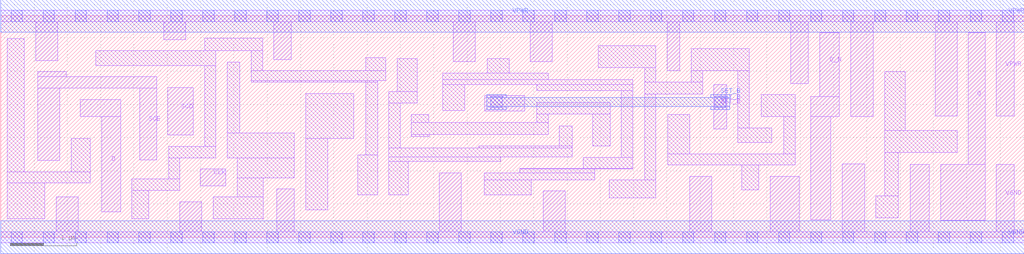
<source format=lef>
# Copyright 2020 The SkyWater PDK Authors
#
# Licensed under the Apache License, Version 2.0 (the "License");
# you may not use this file except in compliance with the License.
# You may obtain a copy of the License at
#
#     https://www.apache.org/licenses/LICENSE-2.0
#
# Unless required by applicable law or agreed to in writing, software
# distributed under the License is distributed on an "AS IS" BASIS,
# WITHOUT WARRANTIES OR CONDITIONS OF ANY KIND, either express or implied.
# See the License for the specific language governing permissions and
# limitations under the License.
#
# SPDX-License-Identifier: Apache-2.0

VERSION 5.7 ;
  NAMESCASESENSITIVE ON ;
  NOWIREEXTENSIONATPIN ON ;
  DIVIDERCHAR "/" ;
  BUSBITCHARS "[]" ;
UNITS
  DATABASE MICRONS 200 ;
END UNITS
MACRO sky130_fd_sc_lp__sdfsbp_2
  CLASS CORE ;
  SOURCE USER ;
  FOREIGN sky130_fd_sc_lp__sdfsbp_2 ;
  ORIGIN  0.000000  0.000000 ;
  SIZE  15.36000 BY  3.330000 ;
  SYMMETRY X Y R90 ;
  SITE unit ;
  PIN D
    ANTENNAGATEAREA  0.159000 ;
    DIRECTION INPUT ;
    USE SIGNAL ;
    PORT
      LAYER li1 ;
        RECT 1.190000 1.815000 1.800000 2.075000 ;
        RECT 1.515000 0.385000 1.800000 1.815000 ;
    END
  END D
  PIN Q
    ANTENNADIFFAREA  0.898800 ;
    DIRECTION OUTPUT ;
    USE SIGNAL ;
    PORT
      LAYER li1 ;
        RECT 14.110000 0.255000 14.775000 1.095000 ;
        RECT 14.525000 1.095000 14.775000 3.075000 ;
    END
  END Q
  PIN Q_N
    ANTENNADIFFAREA  0.588000 ;
    DIRECTION OUTPUT ;
    USE SIGNAL ;
    PORT
      LAYER li1 ;
        RECT 12.155000 0.265000 12.460000 1.815000 ;
        RECT 12.155000 1.815000 12.585000 2.120000 ;
        RECT 12.290000 2.120000 12.585000 3.075000 ;
    END
  END Q_N
  PIN SCD
    ANTENNAGATEAREA  0.159000 ;
    DIRECTION INPUT ;
    USE SIGNAL ;
    PORT
      LAYER li1 ;
        RECT 2.510000 1.535000 2.890000 2.250000 ;
    END
  END SCD
  PIN SCE
    ANTENNAGATEAREA  0.318000 ;
    DIRECTION INPUT ;
    USE SIGNAL ;
    PORT
      LAYER li1 ;
        RECT 0.555000 1.155000 0.885000 2.245000 ;
        RECT 0.555000 2.245000 2.340000 2.415000 ;
        RECT 0.555000 2.415000 0.985000 2.490000 ;
        RECT 2.090000 1.165000 2.340000 2.245000 ;
    END
  END SCE
  PIN SET_B
    ANTENNAGATEAREA  0.252000 ;
    DIRECTION INPUT ;
    USE SIGNAL ;
    PORT
      LAYER li1 ;
        RECT  7.265000 1.895000  7.865000 2.130000 ;
        RECT 10.705000 1.630000 10.895000 2.300000 ;
      LAYER mcon ;
        RECT  7.355000 1.950000  7.525000 2.120000 ;
        RECT 10.715000 1.950000 10.885000 2.120000 ;
      LAYER met1 ;
        RECT  7.295000 1.920000  7.585000 1.965000 ;
        RECT  7.295000 1.965000 10.945000 2.105000 ;
        RECT  7.295000 2.105000  7.585000 2.150000 ;
        RECT 10.655000 1.920000 10.945000 1.965000 ;
        RECT 10.655000 2.105000 10.945000 2.150000 ;
    END
  END SET_B
  PIN CLK
    ANTENNAGATEAREA  0.159000 ;
    DIRECTION INPUT ;
    USE CLOCK ;
    PORT
      LAYER li1 ;
        RECT 2.995000 0.775000 3.380000 1.025000 ;
    END
  END CLK
  PIN VGND
    DIRECTION INOUT ;
    USE GROUND ;
    PORT
      LAYER li1 ;
        RECT  0.000000 -0.085000 15.360000 0.085000 ;
        RECT  0.830000  0.085000  1.160000 0.605000 ;
        RECT  2.690000  0.085000  3.020000 0.535000 ;
        RECT  4.145000  0.085000  4.405000 0.725000 ;
        RECT  6.580000  0.085000  6.910000 0.970000 ;
        RECT  8.140000  0.085000  8.470000 0.695000 ;
        RECT 10.340000  0.085000 10.670000 0.915000 ;
        RECT 11.550000  0.085000 11.985000 0.915000 ;
        RECT 12.630000  0.085000 12.965000 1.105000 ;
        RECT 13.655000  0.085000 13.940000 1.095000 ;
        RECT 14.945000  0.085000 15.215000 1.095000 ;
      LAYER mcon ;
        RECT  0.155000 -0.085000  0.325000 0.085000 ;
        RECT  0.635000 -0.085000  0.805000 0.085000 ;
        RECT  1.115000 -0.085000  1.285000 0.085000 ;
        RECT  1.595000 -0.085000  1.765000 0.085000 ;
        RECT  2.075000 -0.085000  2.245000 0.085000 ;
        RECT  2.555000 -0.085000  2.725000 0.085000 ;
        RECT  3.035000 -0.085000  3.205000 0.085000 ;
        RECT  3.515000 -0.085000  3.685000 0.085000 ;
        RECT  3.995000 -0.085000  4.165000 0.085000 ;
        RECT  4.475000 -0.085000  4.645000 0.085000 ;
        RECT  4.955000 -0.085000  5.125000 0.085000 ;
        RECT  5.435000 -0.085000  5.605000 0.085000 ;
        RECT  5.915000 -0.085000  6.085000 0.085000 ;
        RECT  6.395000 -0.085000  6.565000 0.085000 ;
        RECT  6.875000 -0.085000  7.045000 0.085000 ;
        RECT  7.355000 -0.085000  7.525000 0.085000 ;
        RECT  7.835000 -0.085000  8.005000 0.085000 ;
        RECT  8.315000 -0.085000  8.485000 0.085000 ;
        RECT  8.795000 -0.085000  8.965000 0.085000 ;
        RECT  9.275000 -0.085000  9.445000 0.085000 ;
        RECT  9.755000 -0.085000  9.925000 0.085000 ;
        RECT 10.235000 -0.085000 10.405000 0.085000 ;
        RECT 10.715000 -0.085000 10.885000 0.085000 ;
        RECT 11.195000 -0.085000 11.365000 0.085000 ;
        RECT 11.675000 -0.085000 11.845000 0.085000 ;
        RECT 12.155000 -0.085000 12.325000 0.085000 ;
        RECT 12.635000 -0.085000 12.805000 0.085000 ;
        RECT 13.115000 -0.085000 13.285000 0.085000 ;
        RECT 13.595000 -0.085000 13.765000 0.085000 ;
        RECT 14.075000 -0.085000 14.245000 0.085000 ;
        RECT 14.555000 -0.085000 14.725000 0.085000 ;
        RECT 15.035000 -0.085000 15.205000 0.085000 ;
      LAYER met1 ;
        RECT 0.000000 -0.245000 15.360000 0.245000 ;
    END
  END VGND
  PIN VPWR
    DIRECTION INOUT ;
    USE POWER ;
    PORT
      LAYER li1 ;
        RECT  0.000000 3.245000 15.360000 3.415000 ;
        RECT  0.525000 2.660000  0.855000 3.245000 ;
        RECT  2.445000 2.975000  2.775000 3.245000 ;
        RECT  4.100000 2.675000  4.360000 3.245000 ;
        RECT  6.790000 2.640000  7.120000 3.245000 ;
        RECT  7.950000 2.640000  8.280000 3.245000 ;
        RECT 10.005000 2.505000 10.195000 3.245000 ;
        RECT 11.860000 2.315000 12.120000 3.245000 ;
        RECT 12.755000 1.815000 13.095000 3.245000 ;
        RECT 14.025000 1.820000 14.355000 3.245000 ;
        RECT 14.945000 1.820000 15.215000 3.245000 ;
      LAYER mcon ;
        RECT  0.155000 3.245000  0.325000 3.415000 ;
        RECT  0.635000 3.245000  0.805000 3.415000 ;
        RECT  1.115000 3.245000  1.285000 3.415000 ;
        RECT  1.595000 3.245000  1.765000 3.415000 ;
        RECT  2.075000 3.245000  2.245000 3.415000 ;
        RECT  2.555000 3.245000  2.725000 3.415000 ;
        RECT  3.035000 3.245000  3.205000 3.415000 ;
        RECT  3.515000 3.245000  3.685000 3.415000 ;
        RECT  3.995000 3.245000  4.165000 3.415000 ;
        RECT  4.475000 3.245000  4.645000 3.415000 ;
        RECT  4.955000 3.245000  5.125000 3.415000 ;
        RECT  5.435000 3.245000  5.605000 3.415000 ;
        RECT  5.915000 3.245000  6.085000 3.415000 ;
        RECT  6.395000 3.245000  6.565000 3.415000 ;
        RECT  6.875000 3.245000  7.045000 3.415000 ;
        RECT  7.355000 3.245000  7.525000 3.415000 ;
        RECT  7.835000 3.245000  8.005000 3.415000 ;
        RECT  8.315000 3.245000  8.485000 3.415000 ;
        RECT  8.795000 3.245000  8.965000 3.415000 ;
        RECT  9.275000 3.245000  9.445000 3.415000 ;
        RECT  9.755000 3.245000  9.925000 3.415000 ;
        RECT 10.235000 3.245000 10.405000 3.415000 ;
        RECT 10.715000 3.245000 10.885000 3.415000 ;
        RECT 11.195000 3.245000 11.365000 3.415000 ;
        RECT 11.675000 3.245000 11.845000 3.415000 ;
        RECT 12.155000 3.245000 12.325000 3.415000 ;
        RECT 12.635000 3.245000 12.805000 3.415000 ;
        RECT 13.115000 3.245000 13.285000 3.415000 ;
        RECT 13.595000 3.245000 13.765000 3.415000 ;
        RECT 14.075000 3.245000 14.245000 3.415000 ;
        RECT 14.555000 3.245000 14.725000 3.415000 ;
        RECT 15.035000 3.245000 15.205000 3.415000 ;
      LAYER met1 ;
        RECT 0.000000 3.085000 15.360000 3.575000 ;
    END
  END VPWR
  OBS
    LAYER li1 ;
      RECT  0.095000 0.275000  0.660000 0.815000 ;
      RECT  0.095000 0.815000  1.345000 0.985000 ;
      RECT  0.095000 0.985000  0.355000 2.985000 ;
      RECT  1.055000 0.985000  1.345000 1.485000 ;
      RECT  1.425000 2.585000  3.230000 2.805000 ;
      RECT  1.970000 0.280000  2.220000 0.705000 ;
      RECT  1.970000 0.705000  2.690000 0.875000 ;
      RECT  2.520000 0.875000  2.690000 1.195000 ;
      RECT  2.520000 1.195000  3.230000 1.365000 ;
      RECT  3.060000 1.365000  3.230000 2.585000 ;
      RECT  3.060000 2.805000  3.930000 2.995000 ;
      RECT  3.190000 0.275000  3.940000 0.605000 ;
      RECT  3.400000 1.195000  4.405000 1.565000 ;
      RECT  3.400000 1.565000  3.590000 2.635000 ;
      RECT  3.550000 0.605000  3.940000 0.895000 ;
      RECT  3.550000 0.895000  4.405000 1.195000 ;
      RECT  3.760000 2.335000  5.655000 2.360000 ;
      RECT  3.760000 2.360000  5.780000 2.505000 ;
      RECT  3.760000 2.505000  3.930000 2.805000 ;
      RECT  4.575000 0.410000  4.905000 1.485000 ;
      RECT  4.575000 1.485000  5.295000 2.165000 ;
      RECT  5.360000 0.640000  5.655000 1.235000 ;
      RECT  5.475000 1.235000  5.655000 2.335000 ;
      RECT  5.475000 2.505000  5.780000 2.705000 ;
      RECT  5.825000 0.640000  6.120000 1.140000 ;
      RECT  5.825000 1.140000  7.505000 1.205000 ;
      RECT  5.825000 1.205000  8.575000 1.345000 ;
      RECT  5.825000 1.345000  5.995000 2.020000 ;
      RECT  5.825000 2.020000  6.250000 2.190000 ;
      RECT  5.950000 2.190000  6.250000 2.690000 ;
      RECT  6.165000 1.515000  6.430000 1.545000 ;
      RECT  6.165000 1.545000  8.215000 1.725000 ;
      RECT  6.165000 1.725000  6.425000 1.845000 ;
      RECT  6.635000 1.905000  6.965000 2.300000 ;
      RECT  6.635000 2.300000  9.485000 2.375000 ;
      RECT  6.635000 2.375000  8.215000 2.470000 ;
      RECT  7.175000 1.345000  8.575000 1.375000 ;
      RECT  7.255000 0.640000  7.960000 0.865000 ;
      RECT  7.255000 0.865000  8.915000 0.970000 ;
      RECT  7.300000 2.470000  7.630000 2.690000 ;
      RECT  7.790000 0.970000  8.915000 1.030000 ;
      RECT  7.790000 1.030000  9.485000 1.035000 ;
      RECT  8.045000 1.725000  8.215000 1.855000 ;
      RECT  8.045000 1.855000  9.145000 2.025000 ;
      RECT  8.045000 2.205000  9.485000 2.300000 ;
      RECT  8.385000 1.375000  8.575000 1.675000 ;
      RECT  8.745000 1.035000  9.485000 1.200000 ;
      RECT  8.885000 1.370000  9.145000 1.855000 ;
      RECT  8.970000 2.555000  9.835000 2.885000 ;
      RECT  9.135000 0.590000  9.835000 0.860000 ;
      RECT  9.315000 1.200000  9.485000 2.205000 ;
      RECT  9.665000 0.860000  9.835000 2.155000 ;
      RECT  9.665000 2.155000 10.535000 2.335000 ;
      RECT  9.665000 2.335000  9.835000 2.555000 ;
      RECT 10.015000 1.085000 11.925000 1.255000 ;
      RECT 10.015000 1.255000 10.345000 1.845000 ;
      RECT 10.365000 2.335000 10.535000 2.505000 ;
      RECT 10.365000 2.505000 11.235000 2.835000 ;
      RECT 11.065000 1.425000 11.575000 1.645000 ;
      RECT 11.065000 1.645000 11.235000 2.505000 ;
      RECT 11.120000 0.710000 11.380000 1.085000 ;
      RECT 11.415000 1.815000 11.925000 2.145000 ;
      RECT 11.755000 1.255000 11.925000 1.815000 ;
      RECT 13.135000 0.290000 13.475000 0.620000 ;
      RECT 13.265000 0.620000 13.475000 1.275000 ;
      RECT 13.265000 1.275000 14.355000 1.605000 ;
      RECT 13.265000 1.605000 13.575000 2.495000 ;
  END
END sky130_fd_sc_lp__sdfsbp_2

</source>
